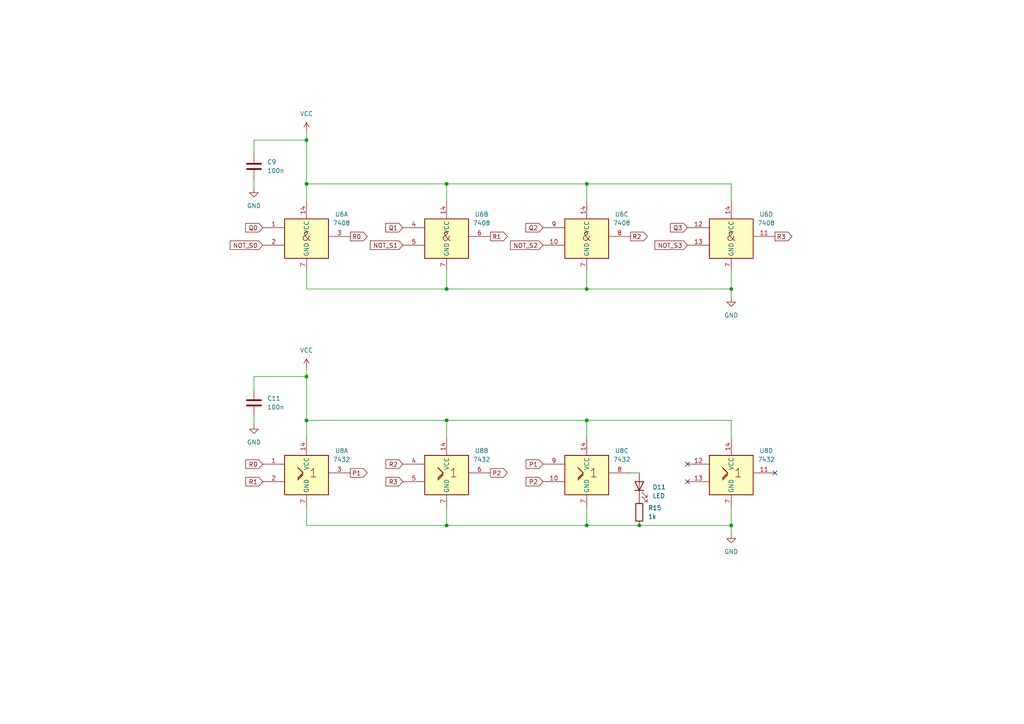
<source format=kicad_sch>
(kicad_sch (version 20250114) (generator "eeschema") (generator_version "9.0")
  (paper "A4")
  (title_block (title "PinCheck - 4 Pin Cable (LEMHAL)") (date "2025-08-27") (rev "Rev 1.0") (company "Igor Oliveira") (comment 1 "Continuity & Logic Test Circuit") (comment 2 "Decade Counter with pass/fail logic gates"))
  (lib_symbols
    (symbol "74xx_IEEE:7408"
      (property "Reference" "U" (at 2.54 7.62 0))
      (property "Value" "7408" (at 3.81 -8.89 0))
      (symbol "7408_0_1"
        (rectangle (start -6.35 5.08) (end 6.35 -6.35) (stroke (width 0.254)) (fill (type background)))
        (text "&" (at 0 0 0) (effects (font (size 2.54 2.54))))
        (pin power_in line (at 0 10.16 270) (length 5.08) (name "VCC") (number "14"))
        (pin power_in line (at 0 -10.16 90) (length 3.81) (name "GND") (number "7"))
      )
      (symbol "7408_1_1"
        (pin input line (at -12.7 2.54 0) (length 6.35) (name "~") (number "1"))
        (pin input line (at -12.7 -2.54 0) (length 6.35) (name "~") (number "2"))
        (pin output line (at 12.7 0 180) (length 6.35) (name "~") (number "3"))
      )
      (symbol "7408_2_1"
        (pin input line (at -12.7 2.54 0) (length 6.35) (name "~") (number "4"))
        (pin input line (at -12.7 -2.54 0) (length 6.35) (name "~") (number "5"))
        (pin input line (at 12.7 0 180) (length 6.35) (name "~") (number "6"))
      )
      (symbol "7408_3_1"
        (pin input line (at -12.7 2.54 0) (length 6.35) (name "~") (number "9"))
        (pin input line (at -12.7 -2.54 0) (length 6.35) (name "~") (number "10"))
        (pin input line (at 12.7 0 180) (length 6.35) (name "~") (number "8"))
      )
      (symbol "7408_4_1"
        (pin input line (at -12.7 2.54 0) (length 6.35) (name "~") (number "12"))
        (pin input line (at -12.7 -2.54 0) (length 6.35) (name "~") (number "13"))
        (pin input line (at 12.7 0 180) (length 6.35) (name "~") (number "11"))
      )
    )
    (symbol "74xx_IEEE:7432"
      (property "Reference" "U" (at 2.54 6.35 0))
      (property "Value" "7432" (at 3.81 -7.62 0))
      (symbol "7432_0_1"
        (rectangle (start -6.35 5.08) (end 6.35 -6.35) (stroke (width 0.254)) (fill (type background)))
        (polyline (pts (xy -2.54 1.524) (xy -2.54 1.524) (xy -1.016 0) (xy -2.54 -1.524) (xy -2.54 -1.524)) (stroke (width 0.254)) (fill (type background)))
        (polyline (pts (xy -2.54 -2.032) (xy -1.016 -0.508) (xy -1.016 -0.508)) (stroke (width 0.254)) (fill (type background)))
        (text "1" (at 2.032 0 0) (effects (font (size 2.54 2.54))))
        (pin power_in line (at 0 10.16 270) (length 5.08) (name "VCC") (number "14"))
        (pin power_in line (at 0 -10.16 90) (length 3.81) (name "GND") (number "7"))
      )
      (symbol "7432_1_1"
        (pin input line (at -12.7 2.54 0) (length 6.35) (name "~") (number "1"))
        (pin input line (at -12.7 -2.54 0) (length 6.35) (name "~") (number "2"))
        (pin output line (at 12.7 0 180) (length 6.35) (name "~") (number "3"))
      )
      (symbol "7432_2_1"
        (pin input line (at -12.7 2.54 0) (length 6.35) (name "~") (number "4"))
        (pin input line (at -12.7 -2.54 0) (length 6.35) (name "~") (number "5"))
        (pin output line (at 12.7 0 180) (length 6.35) (name "~") (number "6"))
      )
      (symbol "7432_3_1"
        (pin input line (at -12.7 2.54 0) (length 6.35) (name "~") (number "9"))
        (pin input line (at -12.7 -2.54 0) (length 6.35) (name "~") (number "10"))
        (pin output line (at 12.7 0 180) (length 6.35) (name "~") (number "8"))
      )
      (symbol "7432_4_1"
        (pin input line (at -12.7 2.54 0) (length 6.35) (name "~") (number "12"))
        (pin input line (at -12.7 -2.54 0) (length 6.35) (name "~") (number "13"))
        (pin output line (at 12.7 0 180) (length 6.35) (name "~") (number "11"))
      )
    )
    (symbol "Device:C" (pin_numbers (hide yes)) (pin_names (offset 0.254))
      (property "Reference" "C" (at 0.635 2.54 0))
      (property "Value" "C" (at 0.635 -2.54 0))
      (symbol "C_0_1"
        (polyline (pts (xy -2.032 0.762) (xy 2.032 0.762)) (stroke (width 0.508)))
        (polyline (pts (xy -2.032 -0.762) (xy 2.032 -0.762)) (stroke (width 0.508)))
      )
      (symbol "C_1_1"
        (pin passive line (at 0 3.81 270) (length 2.794) (name "~") (number "1"))
        (pin passive line (at 0 -3.81 90) (length 2.794) (name "~") (number "2"))
      )
    )
    (symbol "Device:LED" (pin_numbers (hide yes)) (pin_names (offset 1.016) (hide yes))
      (property "Reference" "D" (at 0 2.54 0))
      (property "Value" "LED" (at 0 -2.54 0))
      (symbol "LED_0_1"
        (polyline (pts (xy -3.048 -0.762) (xy -4.572 -2.286) (xy -3.81 -2.286) (xy -4.572 -2.286) (xy -4.572 -1.524)))
        (polyline (pts (xy -1.778 -0.762) (xy -3.302 -2.286) (xy -2.54 -2.286) (xy -3.302 -2.286) (xy -3.302 -1.524)))
        (polyline (pts (xy -1.27 0) (xy 1.27 0)))
        (polyline (pts (xy -1.27 -1.27) (xy -1.27 1.27)) (stroke (width 0.254)))
        (polyline (pts (xy 1.27 -1.27) (xy 1.27 1.27) (xy -1.27 0) (xy 1.27 -1.27)) (stroke (width 0.254)))
      )
      (symbol "LED_1_1"
        (pin passive line (at -3.81 0 0) (length 2.54) (name "K") (number "1"))
        (pin passive line (at 3.81 0 180) (length 2.54) (name "A") (number "2"))
      )
    )
    (symbol "Device:R" (pin_numbers (hide yes)) (pin_names (offset 0))
      (property "Reference" "R" (at 2.032 0 90))
      (property "Value" "R" (at 0 0 90))
      (symbol "R_0_1"
        (rectangle (start -1.016 -2.54) (end 1.016 2.54) (stroke (width 0.254)))
      )
      (symbol "R_1_1"
        (pin passive line (at 0 3.81 270) (length 1.27) (name "~") (number "1"))
        (pin passive line (at 0 -3.81 90) (length 1.27) (name "~") (number "2"))
      )
    )
    (symbol "power:GND" (power) (pin_numbers (hide yes)) (pin_names (offset 0) (hide yes))
      (property "Value" "GND" (at 0 -3.81 0))
      (symbol "GND_0_1"
        (polyline (pts (xy 0 0) (xy 0 -1.27) (xy 1.27 -1.27) (xy 0 -2.54) (xy -1.27 -1.27) (xy 0 -1.27)))
      )
      (symbol "GND_1_1"
        (pin power_in line (at 0 0 270) (length 0) (name "~") (number "1"))
      )
    )
    (symbol "power:VCC" (power) (pin_numbers (hide yes)) (pin_names (offset 0) (hide yes))
      (property "Value" "VCC" (at 0 3.556 0))
      (symbol "VCC_0_1"
        (polyline (pts (xy -0.762 1.27) (xy 0 2.54)))
        (polyline (pts (xy 0 2.54) (xy 0.762 1.27)))
        (polyline (pts (xy 0 0) (xy 0 2.54)))
      )
      (symbol "VCC_1_1"
        (pin power_in line (at 0 0 90) (length 0) (name "~") (number "1"))
      )
    )
  )
  (junction (at 129.54 53.34))
  (junction (at 170.18 152.4))
  (junction (at 212.09 83.82))
  (junction (at 170.18 53.34))
  (junction (at 170.18 121.92))
  (junction (at 88.9 109.22))
  (junction (at 88.9 40.64))
  (junction (at 129.54 83.82))
  (junction (at 129.54 121.92))
  (junction (at 129.54 152.4))
  (junction (at 170.18 83.82))
  (junction (at 88.9 53.34))
  (junction (at 88.9 121.92))
  (junction (at 212.09 152.4))
  (junction (at 185.42 152.4))
  (no_connect (at 199.39 134.62))
  (no_connect (at 224.79 137.16))
  (no_connect (at 199.39 139.7))
  (wire (pts (xy 129.54 53.34) (xy 129.54 58.42)))
  (wire (pts (xy 88.9 38.1) (xy 88.9 40.64)))
  (wire (pts (xy 212.09 147.32) (xy 212.09 152.4)))
  (wire (pts (xy 88.9 152.4) (xy 129.54 152.4)))
  (wire (pts (xy 88.9 121.92) (xy 129.54 121.92)))
  (wire (pts (xy 170.18 83.82) (xy 212.09 83.82)))
  (wire (pts (xy 185.42 137.16) (xy 182.88 137.16)))
  (wire (pts (xy 170.18 147.32) (xy 170.18 152.4)))
  (wire (pts (xy 170.18 53.34) (xy 212.09 53.34)))
  (wire (pts (xy 73.66 123.19) (xy 73.66 120.65)))
  (wire (pts (xy 88.9 121.92) (xy 88.9 109.22)))
  (wire (pts (xy 88.9 40.64) (xy 73.66 40.64)))
  (wire (pts (xy 88.9 53.34) (xy 129.54 53.34)))
  (wire (pts (xy 73.66 40.64) (xy 73.66 44.45)))
  (wire (pts (xy 88.9 109.22) (xy 73.66 109.22)))
  (wire (pts (xy 170.18 78.74) (xy 170.18 83.82)))
  (wire (pts (xy 88.9 106.68) (xy 88.9 109.22)))
  (wire (pts (xy 88.9 53.34) (xy 88.9 58.42)))
  (wire (pts (xy 73.66 109.22) (xy 73.66 113.03)))
  (wire (pts (xy 129.54 121.92) (xy 170.18 121.92)))
  (wire (pts (xy 212.09 53.34) (xy 212.09 58.42)))
  (wire (pts (xy 185.42 152.4) (xy 212.09 152.4)))
  (wire (pts (xy 170.18 152.4) (xy 185.42 152.4)))
  (wire (pts (xy 73.66 54.61) (xy 73.66 52.07)))
  (wire (pts (xy 88.9 53.34) (xy 88.9 40.64)))
  (wire (pts (xy 212.09 121.92) (xy 212.09 127)))
  (wire (pts (xy 170.18 121.92) (xy 212.09 121.92)))
  (wire (pts (xy 88.9 147.32) (xy 88.9 152.4)))
  (wire (pts (xy 129.54 53.34) (xy 170.18 53.34)))
  (wire (pts (xy 212.09 78.74) (xy 212.09 83.82)))
  (wire (pts (xy 212.09 154.94) (xy 212.09 152.4)))
  (wire (pts (xy 88.9 121.92) (xy 88.9 127)))
  (wire (pts (xy 212.09 86.36) (xy 212.09 83.82)))
  (wire (pts (xy 88.9 83.82) (xy 129.54 83.82)))
  (wire (pts (xy 170.18 53.34) (xy 170.18 58.42)))
  (wire (pts (xy 129.54 147.32) (xy 129.54 152.4)))
  (wire (pts (xy 88.9 78.74) (xy 88.9 83.82)))
  (wire (pts (xy 129.54 83.82) (xy 170.18 83.82)))
  (wire (pts (xy 129.54 121.92) (xy 129.54 127)))
  (wire (pts (xy 129.54 78.74) (xy 129.54 83.82)))
  (wire (pts (xy 129.54 152.4) (xy 170.18 152.4)))
  (wire (pts (xy 170.18 121.92) (xy 170.18 127)))
  (global_label "R2" (shape output) (at 182.88 68.58 0) (property "Intersheetrefs" "${INTERSHEET_REFS}" (effects (hide yes))))
  (global_label "NOT_S0" (shape input) (at 76.2 71.12 180) (property "Intersheetrefs" "${INTERSHEET_REFS}" (effects (hide yes))))
  (global_label "R0" (shape input) (at 76.2 134.62 180) (property "Intersheetrefs" "${INTERSHEET_REFS}" (effects (hide yes))))
  (global_label "P1" (shape input) (at 157.48 134.62 180) (property "Intersheetrefs" "${INTERSHEET_REFS}" (effects (hide yes))))
  (global_label "R1" (shape output) (at 142.24 68.58 0) (property "Intersheetrefs" "${INTERSHEET_REFS}" (effects (hide yes))))
  (global_label "R1" (shape input) (at 76.2 139.7 180) (property "Intersheetrefs" "${INTERSHEET_REFS}" (effects (hide yes))))
  (global_label "R0" (shape output) (at 101.6 68.58 0) (property "Intersheetrefs" "${INTERSHEET_REFS}" (effects (hide yes))))
  (global_label "NOT_S3" (shape input) (at 199.39 71.12 180) (property "Intersheetrefs" "${INTERSHEET_REFS}" (effects (hide yes))))
  (global_label "Q2" (shape input) (at 157.48 66.04 180) (property "Intersheetrefs" "${INTERSHEET_REFS}" (effects (hide yes))))
  (global_label "NOT_S1" (shape input) (at 116.84 71.12 180) (property "Intersheetrefs" "${INTERSHEET_REFS}" (effects (hide yes))))
  (global_label "Q0" (shape input) (at 76.2 66.04 180) (property "Intersheetrefs" "${INTERSHEET_REFS}" (effects (hide yes))))
  (global_label "Q1" (shape input) (at 116.84 66.04 180) (property "Intersheetrefs" "${INTERSHEET_REFS}" (effects (hide yes))))
  (global_label "Q3" (shape input) (at 199.39 66.04 180) (property "Intersheetrefs" "${INTERSHEET_REFS}" (effects (hide yes))))
  (global_label "R3" (shape output) (at 224.79 68.58 0) (property "Intersheetrefs" "${INTERSHEET_REFS}" (effects (hide yes))))
  (global_label "R3" (shape input) (at 116.84 139.7 180) (property "Intersheetrefs" "${INTERSHEET_REFS}" (effects (hide yes))))
  (global_label "P2" (shape output) (at 142.24 137.16 0) (property "Intersheetrefs" "${INTERSHEET_REFS}" (effects (hide yes))))
  (global_label "NOT_S2" (shape input) (at 157.48 71.12 180) (property "Intersheetrefs" "${INTERSHEET_REFS}" (effects (hide yes))))
  (global_label "R2" (shape input) (at 116.84 134.62 180) (property "Intersheetrefs" "${INTERSHEET_REFS}" (effects (hide yes))))
  (global_label "P1" (shape output) (at 101.6 137.16 0) (property "Intersheetrefs" "${INTERSHEET_REFS}" (effects (hide yes))))
  (global_label "P2" (shape input) (at 157.48 139.7 180) (property "Intersheetrefs" "${INTERSHEET_REFS}" (effects (hide yes))))
  (symbol (lib_id "74xx_IEEE:7408") (at 88.9 68.58 0) (unit 1)
    (property "Reference" "U6" (at 99.06 62.1598 0))
    (property "Value" "7408" (at 99.06 64.6998 0))
  )
  (symbol (lib_id "74xx_IEEE:7408") (at 212.09 68.58 0) (unit 4)
    (property "Reference" "U6" (at 222.25 62.1598 0))
    (property "Value" "7408" (at 222.25 64.6998 0))
  )
  (symbol (lib_id "Device:LED") (at 185.42 140.97 90) (unit 1)
    (property "Reference" "D11" (at 189.23 141.2874 90) (effects (justify right)))
    (property "Value" "LED" (at 189.23 143.8274 90) (effects (justify right)))
    (property "Description" "Light emitting diode" (effects (hide yes)))
    (property "Sim.Pins" "1=K 2=A" (effects (hide yes)))
  )
  (symbol (lib_id "74xx_IEEE:7408") (at 129.54 68.58 0) (unit 2)
    (property "Reference" "U6" (at 139.7 62.1598 0))
    (property "Value" "7408" (at 139.7 64.6998 0))
  )
  (symbol (lib_id "power:GND") (at 73.66 54.61 0) (unit 1)
    (property "Reference" "#PWR030" (effects (hide yes)))
    (property "Value" "GND" (at 73.66 59.69 0))
    (property "Description" "Power symbol creates a global label with name \"GND\" , ground" (effects (hide yes)))
  )
  (symbol (lib_id "Device:C") (at 73.66 116.84 0) (unit 1)
    (property "Reference" "C11" (at 77.47 115.5699 0) (effects (justify left)))
    (property "Value" "100n" (at 77.47 118.1099 0) (effects (justify left)))
    (property "Description" "Unpolarized capacitor" (effects (hide yes)))
  )
  (symbol (lib_id "power:VCC") (at 88.9 38.1 0) (unit 1)
    (property "Reference" "#PWR031" (effects (hide yes)))
    (property "Value" "VCC" (at 88.9 33.02 0))
    (property "Description" "Power symbol creates a global label with name \"VCC\"" (effects (hide yes)))
  )
  (symbol (lib_id "Device:R") (at 185.42 148.59 0) (unit 1)
    (property "Reference" "R15" (at 187.96 147.3199 0) (effects (justify left)))
    (property "Value" "1k" (at 187.96 149.8599 0) (effects (justify left)))
    (property "Description" "Resistor" (effects (hide yes)))
  )
  (symbol (lib_id "power:GND") (at 73.66 123.19 0) (unit 1)
    (property "Reference" "#PWR032" (effects (hide yes)))
    (property "Value" "GND" (at 73.66 128.27 0))
    (property "Description" "Power symbol creates a global label with name \"GND\" , ground" (effects (hide yes)))
  )
  (symbol (lib_id "power:GND") (at 212.09 154.94 0) (unit 1)
    (property "Reference" "#PWR034" (effects (hide yes)))
    (property "Value" "GND" (at 212.09 160.02 0))
    (property "Description" "Power symbol creates a global label with name \"GND\" , ground" (effects (hide yes)))
  )
  (symbol (lib_id "74xx_IEEE:7432") (at 129.54 137.16 0) (unit 2)
    (property "Reference" "U8" (at 139.7 130.7398 0))
    (property "Value" "7432" (at 139.7 133.2798 0))
  )
  (symbol (lib_id "74xx_IEEE:7432") (at 88.9 137.16 0) (unit 1)
    (property "Reference" "U8" (at 99.06 130.7398 0))
    (property "Value" "7432" (at 99.06 133.2798 0))
  )
  (symbol (lib_id "74xx_IEEE:7432") (at 212.09 137.16 0) (unit 4)
    (property "Reference" "U8" (at 222.25 130.7398 0))
    (property "Value" "7432" (at 222.25 133.2798 0))
  )
  (symbol (lib_id "power:VCC") (at 88.9 106.68 0) (unit 1)
    (property "Reference" "#PWR033" (effects (hide yes)))
    (property "Value" "VCC" (at 88.9 101.6 0))
    (property "Description" "Power symbol creates a global label with name \"VCC\"" (effects (hide yes)))
  )
  (symbol (lib_id "74xx_IEEE:7408") (at 170.18 68.58 0) (unit 3)
    (property "Reference" "U6" (at 180.34 62.1598 0))
    (property "Value" "7408" (at 180.34 64.6998 0))
  )
  (symbol (lib_id "74xx_IEEE:7432") (at 170.18 137.16 0) (unit 3)
    (property "Reference" "U8" (at 180.34 130.7398 0))
    (property "Value" "7432" (at 180.34 133.2798 0))
  )
  (symbol (lib_id "power:GND") (at 212.09 86.36 0) (unit 1)
    (property "Reference" "#PWR029" (effects (hide yes)))
    (property "Value" "GND" (at 212.09 91.44 0))
    (property "Description" "Power symbol creates a global label with name \"GND\" , ground" (effects (hide yes)))
  )
  (symbol (lib_id "Device:C") (at 73.66 48.26 0) (unit 1)
    (property "Reference" "C9" (at 77.47 46.9899 0) (effects (justify left)))
    (property "Value" "100n" (at 77.47 49.5299 0) (effects (justify left)))
    (property "Description" "Unpolarized capacitor" (effects (hide yes)))
  )
)
</source>
